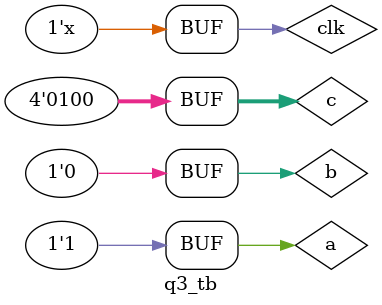
<source format=v>
`timescale 1ns / 1ps

module q3_tb();

reg            clk;
reg            a;
reg            b;
reg     [3:0]       c;

initial clk=1'b1;
always #5 clk=~clk;

initial begin
    a=0;
    b=0;
    c=4'd0;
    #10;
    a=1'b1;
    b=1'b0;
    c=4'd1;
    #10;
    b=1'b1;
    #5;
    b=1'b0;
    #5;
    c=4'd2;
    #10;
    a=1'b0;
    b=1'b1;
    #10;
    a=1'b1;
    c=4'd3;
    #20;
    a=1'b0;
    b=1'b0;
    #5;
    b=1'b1;
    #5;
    a=1'b1;
    c=4'd4;
    #10;
    b=1'b0;
end
endmodule

</source>
